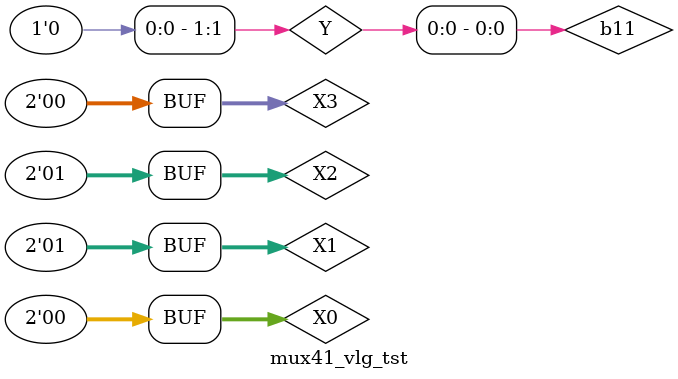
<source format=v>
`timescale 10 ns / 1ps


module mux41_vlg_tst(

    );
    reg [1:0] X0;
    reg [1:0] X1;
    reg [1:0] X2;
    reg [1:0] X3;
    reg [1:0] Y;
    wire F;
    
    mux41 i1(
            .X0(X0),
            .X1(X1),
            .X2(X2),
            .X3(X3),
            .Y(Y));
    initial begin
        X0 = 0; X1 = 1; X2 = 1; X3 = 0; Y = 0; #10;
        Y = b01; #10;
        Y = b10; #10;
        Y = b11; #10;
        end
endmodule

</source>
